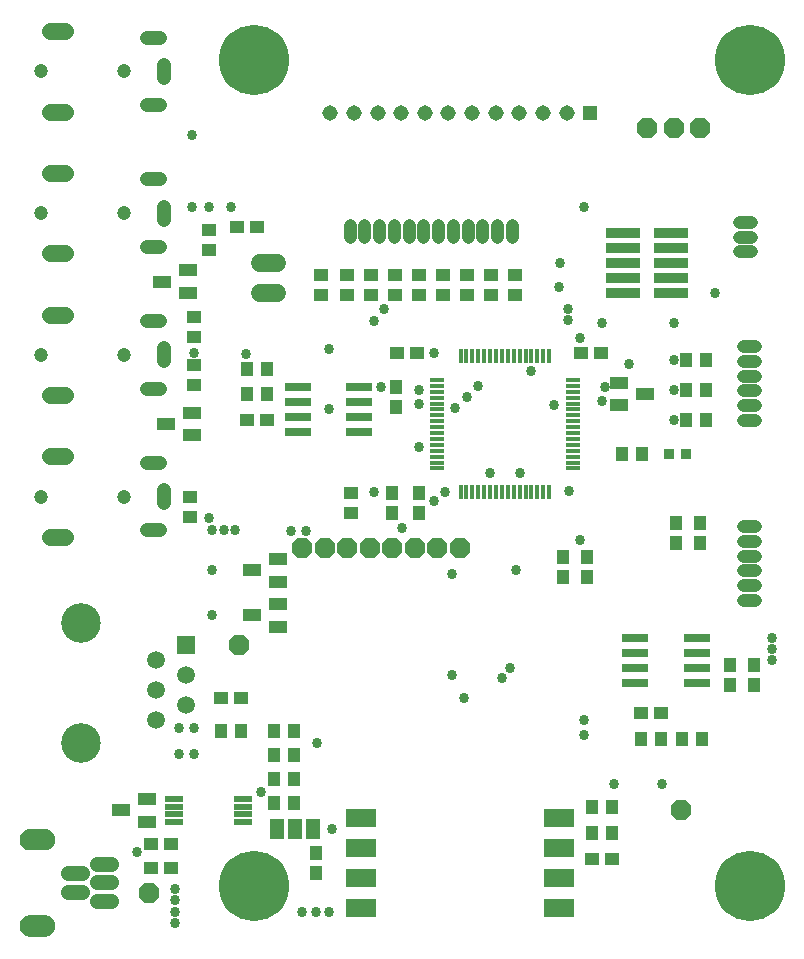
<source format=gbr>
G04 EAGLE Gerber RS-274X export*
G75*
%MOMM*%
%FSLAX34Y34*%
%LPD*%
%INSoldermask Top*%
%IPPOS*%
%AMOC8*
5,1,8,0,0,1.08239X$1,22.5*%
G01*
%ADD10R,1.295400X0.406400*%
%ADD11R,0.406400X1.295400*%
%ADD12R,2.895600X0.838200*%
%ADD13R,1.499600X1.499600*%
%ADD14C,1.499600*%
%ADD15C,3.351600*%
%ADD16C,1.409600*%
%ADD17C,1.201600*%
%ADD18C,1.209600*%
%ADD19C,0.600000*%
%ADD20R,2.400650X1.198359*%
%ADD21R,2.401041X1.203691*%
%ADD22C,0.801600*%
%ADD23C,1.309600*%
%ADD24R,1.201600X1.101600*%
%ADD25C,1.524000*%
%ADD26R,1.101600X1.201600*%
%ADD27R,0.901600X0.901600*%
%ADD28R,2.301600X0.701600*%
%ADD29R,2.641600X1.621600*%
%ADD30R,1.576600X0.551600*%
%ADD31C,1.117600*%
%ADD32R,1.501600X1.101600*%
%ADD33C,1.309600*%
%ADD34R,1.309600X1.309600*%
%ADD35C,5.943600*%
%ADD36P,1.842011X8X22.500000*%
%ADD37R,1.270000X1.701800*%
%ADD38C,0.858000*%


D10*
X355250Y478825D03*
X355250Y473825D03*
X355250Y468825D03*
X355250Y463825D03*
X355250Y458825D03*
X355250Y453825D03*
X355250Y448825D03*
X355250Y443825D03*
X355250Y438825D03*
X355250Y433825D03*
X355250Y428825D03*
X355250Y423825D03*
X355250Y418825D03*
X355250Y413825D03*
X355250Y408825D03*
X355250Y403825D03*
D11*
X375250Y383825D03*
X380250Y383825D03*
X385250Y383825D03*
X390250Y383825D03*
X395250Y383825D03*
X400250Y383825D03*
X405250Y383825D03*
X410250Y383825D03*
X415250Y383825D03*
X420250Y383825D03*
X425250Y383825D03*
X430250Y383825D03*
X435250Y383825D03*
X440250Y383825D03*
X445250Y383825D03*
X450250Y383825D03*
D10*
X470250Y403825D03*
X470250Y408825D03*
X470250Y413825D03*
X470250Y418825D03*
X470250Y423825D03*
X470250Y428825D03*
X470250Y433825D03*
X470250Y438825D03*
X470250Y443825D03*
X470250Y448825D03*
X470250Y453825D03*
X470250Y458825D03*
X470250Y463825D03*
X470250Y468825D03*
X470250Y473825D03*
X470250Y478825D03*
D11*
X450250Y498825D03*
X445250Y498825D03*
X440250Y498825D03*
X435250Y498825D03*
X430250Y498825D03*
X425250Y498825D03*
X420250Y498825D03*
X415250Y498825D03*
X410250Y498825D03*
X405250Y498825D03*
X400250Y498825D03*
X395250Y498825D03*
X390250Y498825D03*
X385250Y498825D03*
X380250Y498825D03*
X375250Y498825D03*
D12*
X553720Y552450D03*
X513080Y552450D03*
X553720Y565150D03*
X513080Y565150D03*
X553720Y577850D03*
X513080Y577850D03*
X553720Y590550D03*
X513080Y590550D03*
X553720Y603250D03*
X513080Y603250D03*
D13*
X142600Y254000D03*
D14*
X117200Y241300D03*
X142600Y228600D03*
X117200Y215900D03*
X142600Y203200D03*
X117200Y190500D03*
D15*
X53700Y273100D03*
X53700Y171500D03*
D16*
X40540Y414000D02*
X27460Y414000D01*
D17*
X90000Y380000D03*
X20000Y380000D03*
D16*
X27460Y346000D02*
X40540Y346000D01*
D18*
X109460Y408500D02*
X120540Y408500D01*
X124000Y385540D02*
X124000Y374460D01*
X120540Y351500D02*
X109460Y351500D01*
D19*
X22510Y95840D02*
X22662Y95838D01*
X22814Y95832D01*
X22966Y95823D01*
X23117Y95809D01*
X23268Y95792D01*
X23419Y95771D01*
X23569Y95746D01*
X23718Y95717D01*
X23866Y95685D01*
X24014Y95648D01*
X24161Y95609D01*
X24306Y95565D01*
X24451Y95517D01*
X24594Y95467D01*
X24736Y95412D01*
X24876Y95354D01*
X25015Y95292D01*
X25152Y95227D01*
X25288Y95158D01*
X25422Y95086D01*
X25554Y95011D01*
X25684Y94932D01*
X25812Y94850D01*
X25938Y94765D01*
X26061Y94676D01*
X26183Y94585D01*
X26302Y94490D01*
X26418Y94393D01*
X26532Y94292D01*
X26644Y94189D01*
X26753Y94083D01*
X26859Y93974D01*
X26962Y93862D01*
X27063Y93748D01*
X27160Y93632D01*
X27255Y93513D01*
X27346Y93391D01*
X27435Y93268D01*
X27520Y93142D01*
X27602Y93014D01*
X27681Y92884D01*
X27756Y92752D01*
X27828Y92618D01*
X27897Y92482D01*
X27962Y92345D01*
X28024Y92206D01*
X28082Y92066D01*
X28137Y91924D01*
X28187Y91781D01*
X28235Y91636D01*
X28279Y91491D01*
X28318Y91344D01*
X28355Y91196D01*
X28387Y91048D01*
X28416Y90899D01*
X28441Y90749D01*
X28462Y90598D01*
X28479Y90447D01*
X28493Y90296D01*
X28502Y90144D01*
X28508Y89992D01*
X28510Y89840D01*
X28508Y89688D01*
X28502Y89536D01*
X28493Y89384D01*
X28479Y89233D01*
X28462Y89082D01*
X28441Y88931D01*
X28416Y88781D01*
X28387Y88632D01*
X28355Y88484D01*
X28318Y88336D01*
X28279Y88189D01*
X28235Y88044D01*
X28187Y87899D01*
X28137Y87756D01*
X28082Y87614D01*
X28024Y87474D01*
X27962Y87335D01*
X27897Y87198D01*
X27828Y87062D01*
X27756Y86928D01*
X27681Y86796D01*
X27602Y86666D01*
X27520Y86538D01*
X27435Y86412D01*
X27346Y86289D01*
X27255Y86167D01*
X27160Y86048D01*
X27063Y85932D01*
X26962Y85818D01*
X26859Y85706D01*
X26753Y85597D01*
X26644Y85491D01*
X26532Y85388D01*
X26418Y85287D01*
X26302Y85190D01*
X26183Y85095D01*
X26061Y85004D01*
X25938Y84915D01*
X25812Y84830D01*
X25684Y84748D01*
X25554Y84669D01*
X25422Y84594D01*
X25288Y84522D01*
X25152Y84453D01*
X25015Y84388D01*
X24876Y84326D01*
X24736Y84268D01*
X24594Y84213D01*
X24451Y84163D01*
X24306Y84115D01*
X24161Y84071D01*
X24014Y84032D01*
X23866Y83995D01*
X23718Y83963D01*
X23569Y83934D01*
X23419Y83909D01*
X23268Y83888D01*
X23117Y83871D01*
X22966Y83857D01*
X22814Y83848D01*
X22662Y83842D01*
X22510Y83840D01*
X10510Y83840D01*
X10358Y83842D01*
X10206Y83848D01*
X10054Y83857D01*
X9903Y83871D01*
X9752Y83888D01*
X9601Y83909D01*
X9451Y83934D01*
X9302Y83963D01*
X9154Y83995D01*
X9006Y84032D01*
X8859Y84071D01*
X8714Y84115D01*
X8569Y84163D01*
X8426Y84213D01*
X8284Y84268D01*
X8144Y84326D01*
X8005Y84388D01*
X7868Y84453D01*
X7732Y84522D01*
X7598Y84594D01*
X7466Y84669D01*
X7336Y84748D01*
X7208Y84830D01*
X7082Y84915D01*
X6959Y85004D01*
X6837Y85095D01*
X6718Y85190D01*
X6602Y85287D01*
X6488Y85388D01*
X6376Y85491D01*
X6267Y85597D01*
X6161Y85706D01*
X6058Y85818D01*
X5957Y85932D01*
X5860Y86048D01*
X5765Y86167D01*
X5674Y86289D01*
X5585Y86412D01*
X5500Y86538D01*
X5418Y86666D01*
X5339Y86796D01*
X5264Y86928D01*
X5192Y87062D01*
X5123Y87198D01*
X5058Y87335D01*
X4996Y87474D01*
X4938Y87614D01*
X4883Y87756D01*
X4833Y87899D01*
X4785Y88044D01*
X4741Y88189D01*
X4702Y88336D01*
X4665Y88484D01*
X4633Y88632D01*
X4604Y88781D01*
X4579Y88931D01*
X4558Y89082D01*
X4541Y89233D01*
X4527Y89384D01*
X4518Y89536D01*
X4512Y89688D01*
X4510Y89840D01*
X4512Y89992D01*
X4518Y90144D01*
X4527Y90296D01*
X4541Y90447D01*
X4558Y90598D01*
X4579Y90749D01*
X4604Y90899D01*
X4633Y91048D01*
X4665Y91196D01*
X4702Y91344D01*
X4741Y91491D01*
X4785Y91636D01*
X4833Y91781D01*
X4883Y91924D01*
X4938Y92066D01*
X4996Y92206D01*
X5058Y92345D01*
X5123Y92482D01*
X5192Y92618D01*
X5264Y92752D01*
X5339Y92884D01*
X5418Y93014D01*
X5500Y93142D01*
X5585Y93268D01*
X5674Y93391D01*
X5765Y93513D01*
X5860Y93632D01*
X5957Y93748D01*
X6058Y93862D01*
X6161Y93974D01*
X6267Y94083D01*
X6376Y94189D01*
X6488Y94292D01*
X6602Y94393D01*
X6718Y94490D01*
X6837Y94585D01*
X6959Y94676D01*
X7082Y94765D01*
X7208Y94850D01*
X7336Y94932D01*
X7466Y95011D01*
X7598Y95086D01*
X7732Y95158D01*
X7868Y95227D01*
X8005Y95292D01*
X8144Y95354D01*
X8284Y95412D01*
X8426Y95467D01*
X8569Y95517D01*
X8714Y95565D01*
X8859Y95609D01*
X9006Y95648D01*
X9154Y95685D01*
X9302Y95717D01*
X9451Y95746D01*
X9601Y95771D01*
X9752Y95792D01*
X9903Y95809D01*
X10054Y95823D01*
X10206Y95832D01*
X10358Y95838D01*
X10510Y95840D01*
X22510Y95840D01*
D20*
X16507Y89848D03*
D19*
X22510Y22840D02*
X22662Y22838D01*
X22814Y22832D01*
X22966Y22823D01*
X23117Y22809D01*
X23268Y22792D01*
X23419Y22771D01*
X23569Y22746D01*
X23718Y22717D01*
X23866Y22685D01*
X24014Y22648D01*
X24161Y22609D01*
X24306Y22565D01*
X24451Y22517D01*
X24594Y22467D01*
X24736Y22412D01*
X24876Y22354D01*
X25015Y22292D01*
X25152Y22227D01*
X25288Y22158D01*
X25422Y22086D01*
X25554Y22011D01*
X25684Y21932D01*
X25812Y21850D01*
X25938Y21765D01*
X26061Y21676D01*
X26183Y21585D01*
X26302Y21490D01*
X26418Y21393D01*
X26532Y21292D01*
X26644Y21189D01*
X26753Y21083D01*
X26859Y20974D01*
X26962Y20862D01*
X27063Y20748D01*
X27160Y20632D01*
X27255Y20513D01*
X27346Y20391D01*
X27435Y20268D01*
X27520Y20142D01*
X27602Y20014D01*
X27681Y19884D01*
X27756Y19752D01*
X27828Y19618D01*
X27897Y19482D01*
X27962Y19345D01*
X28024Y19206D01*
X28082Y19066D01*
X28137Y18924D01*
X28187Y18781D01*
X28235Y18636D01*
X28279Y18491D01*
X28318Y18344D01*
X28355Y18196D01*
X28387Y18048D01*
X28416Y17899D01*
X28441Y17749D01*
X28462Y17598D01*
X28479Y17447D01*
X28493Y17296D01*
X28502Y17144D01*
X28508Y16992D01*
X28510Y16840D01*
X28508Y16688D01*
X28502Y16536D01*
X28493Y16384D01*
X28479Y16233D01*
X28462Y16082D01*
X28441Y15931D01*
X28416Y15781D01*
X28387Y15632D01*
X28355Y15484D01*
X28318Y15336D01*
X28279Y15189D01*
X28235Y15044D01*
X28187Y14899D01*
X28137Y14756D01*
X28082Y14614D01*
X28024Y14474D01*
X27962Y14335D01*
X27897Y14198D01*
X27828Y14062D01*
X27756Y13928D01*
X27681Y13796D01*
X27602Y13666D01*
X27520Y13538D01*
X27435Y13412D01*
X27346Y13289D01*
X27255Y13167D01*
X27160Y13048D01*
X27063Y12932D01*
X26962Y12818D01*
X26859Y12706D01*
X26753Y12597D01*
X26644Y12491D01*
X26532Y12388D01*
X26418Y12287D01*
X26302Y12190D01*
X26183Y12095D01*
X26061Y12004D01*
X25938Y11915D01*
X25812Y11830D01*
X25684Y11748D01*
X25554Y11669D01*
X25422Y11594D01*
X25288Y11522D01*
X25152Y11453D01*
X25015Y11388D01*
X24876Y11326D01*
X24736Y11268D01*
X24594Y11213D01*
X24451Y11163D01*
X24306Y11115D01*
X24161Y11071D01*
X24014Y11032D01*
X23866Y10995D01*
X23718Y10963D01*
X23569Y10934D01*
X23419Y10909D01*
X23268Y10888D01*
X23117Y10871D01*
X22966Y10857D01*
X22814Y10848D01*
X22662Y10842D01*
X22510Y10840D01*
X10510Y10840D01*
X10358Y10842D01*
X10206Y10848D01*
X10054Y10857D01*
X9903Y10871D01*
X9752Y10888D01*
X9601Y10909D01*
X9451Y10934D01*
X9302Y10963D01*
X9154Y10995D01*
X9006Y11032D01*
X8859Y11071D01*
X8714Y11115D01*
X8569Y11163D01*
X8426Y11213D01*
X8284Y11268D01*
X8144Y11326D01*
X8005Y11388D01*
X7868Y11453D01*
X7732Y11522D01*
X7598Y11594D01*
X7466Y11669D01*
X7336Y11748D01*
X7208Y11830D01*
X7082Y11915D01*
X6959Y12004D01*
X6837Y12095D01*
X6718Y12190D01*
X6602Y12287D01*
X6488Y12388D01*
X6376Y12491D01*
X6267Y12597D01*
X6161Y12706D01*
X6058Y12818D01*
X5957Y12932D01*
X5860Y13048D01*
X5765Y13167D01*
X5674Y13289D01*
X5585Y13412D01*
X5500Y13538D01*
X5418Y13666D01*
X5339Y13796D01*
X5264Y13928D01*
X5192Y14062D01*
X5123Y14198D01*
X5058Y14335D01*
X4996Y14474D01*
X4938Y14614D01*
X4883Y14756D01*
X4833Y14899D01*
X4785Y15044D01*
X4741Y15189D01*
X4702Y15336D01*
X4665Y15484D01*
X4633Y15632D01*
X4604Y15781D01*
X4579Y15931D01*
X4558Y16082D01*
X4541Y16233D01*
X4527Y16384D01*
X4518Y16536D01*
X4512Y16688D01*
X4510Y16840D01*
X4512Y16992D01*
X4518Y17144D01*
X4527Y17296D01*
X4541Y17447D01*
X4558Y17598D01*
X4579Y17749D01*
X4604Y17899D01*
X4633Y18048D01*
X4665Y18196D01*
X4702Y18344D01*
X4741Y18491D01*
X4785Y18636D01*
X4833Y18781D01*
X4883Y18924D01*
X4938Y19066D01*
X4996Y19206D01*
X5058Y19345D01*
X5123Y19482D01*
X5192Y19618D01*
X5264Y19752D01*
X5339Y19884D01*
X5418Y20014D01*
X5500Y20142D01*
X5585Y20268D01*
X5674Y20391D01*
X5765Y20513D01*
X5860Y20632D01*
X5957Y20748D01*
X6058Y20862D01*
X6161Y20974D01*
X6267Y21083D01*
X6376Y21189D01*
X6488Y21292D01*
X6602Y21393D01*
X6718Y21490D01*
X6837Y21585D01*
X6959Y21676D01*
X7082Y21765D01*
X7208Y21850D01*
X7336Y21932D01*
X7466Y22011D01*
X7598Y22086D01*
X7732Y22158D01*
X7868Y22227D01*
X8005Y22292D01*
X8144Y22354D01*
X8284Y22412D01*
X8426Y22467D01*
X8569Y22517D01*
X8714Y22565D01*
X8859Y22609D01*
X9006Y22648D01*
X9154Y22685D01*
X9302Y22717D01*
X9451Y22746D01*
X9601Y22771D01*
X9752Y22792D01*
X9903Y22809D01*
X10054Y22823D01*
X10206Y22832D01*
X10358Y22838D01*
X10510Y22840D01*
X22510Y22840D01*
D21*
X16505Y16822D03*
D22*
X16510Y89840D03*
X16510Y16840D03*
D23*
X67010Y37340D02*
X79090Y37340D01*
X55010Y45340D02*
X42930Y45340D01*
X67010Y53340D02*
X79090Y53340D01*
X55010Y61340D02*
X42930Y61340D01*
X67010Y69340D02*
X79090Y69340D01*
D24*
X185810Y608330D03*
X202810Y608330D03*
X257175Y567300D03*
X257175Y550300D03*
D25*
X219837Y577850D02*
X205613Y577850D01*
X205613Y552450D02*
X219837Y552450D01*
D26*
X529200Y415925D03*
X512200Y415925D03*
D27*
X566300Y415925D03*
X551300Y415925D03*
D16*
X40540Y534000D02*
X27460Y534000D01*
D17*
X90000Y500000D03*
X20000Y500000D03*
D16*
X27460Y466000D02*
X40540Y466000D01*
D18*
X109460Y528500D02*
X120540Y528500D01*
X124000Y505540D02*
X124000Y494460D01*
X120540Y471500D02*
X109460Y471500D01*
D16*
X40540Y654000D02*
X27460Y654000D01*
D17*
X90000Y620000D03*
X20000Y620000D03*
D16*
X27460Y586000D02*
X40540Y586000D01*
D18*
X109460Y648500D02*
X120540Y648500D01*
X124000Y625540D02*
X124000Y614460D01*
X120540Y591500D02*
X109460Y591500D01*
D16*
X40540Y774000D02*
X27460Y774000D01*
D17*
X90000Y740000D03*
X20000Y740000D03*
D16*
X27460Y706000D02*
X40540Y706000D01*
D18*
X109460Y768500D02*
X120540Y768500D01*
X124000Y745540D02*
X124000Y734460D01*
X120540Y711500D02*
X109460Y711500D01*
D28*
X289525Y447675D03*
X237525Y447675D03*
X289525Y434975D03*
X289525Y460375D03*
X289525Y473075D03*
X237525Y434975D03*
X237525Y460375D03*
X237525Y473075D03*
D24*
X194700Y445135D03*
X211700Y445135D03*
D26*
X211700Y487680D03*
X194700Y487680D03*
X211700Y466725D03*
X194700Y466725D03*
D29*
X290850Y107950D03*
X290850Y82550D03*
X290850Y57150D03*
X290850Y31750D03*
X458450Y31750D03*
X458450Y57150D03*
X458450Y82550D03*
X458450Y107950D03*
D26*
X503800Y117475D03*
X486800Y117475D03*
X486800Y95250D03*
X503800Y95250D03*
D24*
X503800Y73025D03*
X486800Y73025D03*
D26*
X320675Y472685D03*
X320675Y455685D03*
X461645Y329175D03*
X461645Y312175D03*
D24*
X477275Y501650D03*
X494275Y501650D03*
D26*
X317500Y383150D03*
X317500Y366150D03*
D24*
X338700Y501650D03*
X321700Y501650D03*
D26*
X482600Y329175D03*
X482600Y312175D03*
X339725Y383150D03*
X339725Y366150D03*
D30*
X191305Y104550D03*
X191305Y111050D03*
X191305Y117550D03*
X191305Y124050D03*
X132545Y124050D03*
X132545Y117550D03*
X132545Y111050D03*
X132545Y104550D03*
D26*
X603250Y237100D03*
X603250Y220100D03*
D24*
X172475Y209550D03*
X189475Y209550D03*
D26*
X233925Y161290D03*
X216925Y161290D03*
D24*
X528075Y196850D03*
X545075Y196850D03*
D31*
X610870Y612575D02*
X621030Y612575D01*
X621030Y600075D02*
X610870Y600075D01*
X610870Y587575D02*
X621030Y587575D01*
X418750Y599920D02*
X418750Y610080D01*
X406250Y610080D02*
X406250Y599920D01*
X393750Y599920D02*
X393750Y610080D01*
X381250Y610080D02*
X381250Y599920D01*
X368750Y599920D02*
X368750Y610080D01*
X356250Y610080D02*
X356250Y599920D01*
X343750Y599920D02*
X343750Y610080D01*
X331250Y610080D02*
X331250Y599920D01*
X318750Y599920D02*
X318750Y610080D01*
X306250Y610080D02*
X306250Y599920D01*
X293750Y599920D02*
X293750Y610080D01*
X281250Y610080D02*
X281250Y599920D01*
D24*
X421640Y567300D03*
X421640Y550300D03*
X401320Y567300D03*
X401320Y550300D03*
X381000Y567300D03*
X381000Y550300D03*
X360680Y567300D03*
X360680Y550300D03*
X340360Y567300D03*
X340360Y550300D03*
X320040Y567300D03*
X320040Y550300D03*
X299720Y567300D03*
X299720Y550300D03*
X279400Y567300D03*
X279400Y550300D03*
D31*
X614045Y507500D02*
X624205Y507500D01*
X624205Y495000D02*
X614045Y495000D01*
X614045Y482500D02*
X624205Y482500D01*
X624205Y470000D02*
X614045Y470000D01*
X614045Y457500D02*
X624205Y457500D01*
X624205Y445000D02*
X614045Y445000D01*
D24*
X149225Y474100D03*
X149225Y491100D03*
D26*
X583175Y444500D03*
X566175Y444500D03*
X583175Y469900D03*
X566175Y469900D03*
X583175Y495300D03*
X566175Y495300D03*
D24*
X149225Y532375D03*
X149225Y515375D03*
X146050Y379975D03*
X146050Y362975D03*
X161925Y588400D03*
X161925Y605400D03*
D32*
X220550Y269900D03*
X220550Y288900D03*
X198550Y279400D03*
X144350Y552475D03*
X144350Y571475D03*
X122350Y561975D03*
X509700Y476225D03*
X509700Y457225D03*
X531700Y466725D03*
X220550Y308000D03*
X220550Y327000D03*
X198550Y317500D03*
X147525Y431825D03*
X147525Y450825D03*
X125525Y441325D03*
D26*
X252730Y78350D03*
X252730Y61350D03*
X545075Y174625D03*
X528075Y174625D03*
X580000Y174625D03*
X563000Y174625D03*
D33*
X365000Y704850D03*
X385000Y704850D03*
X345000Y704850D03*
X325000Y704850D03*
X305000Y704850D03*
X285000Y704850D03*
X265000Y704850D03*
X405000Y704850D03*
X425000Y704850D03*
X445000Y704850D03*
X465000Y704850D03*
D34*
X485000Y704850D03*
D31*
X614045Y355100D02*
X624205Y355100D01*
X624205Y342600D02*
X614045Y342600D01*
X614045Y330100D02*
X624205Y330100D01*
X624205Y317600D02*
X614045Y317600D01*
X614045Y305100D02*
X624205Y305100D01*
X624205Y292600D02*
X614045Y292600D01*
D26*
X557530Y357750D03*
X557530Y340750D03*
X577850Y357750D03*
X577850Y340750D03*
D35*
X620000Y50000D03*
X620000Y750000D03*
X200000Y750000D03*
X200000Y50000D03*
D24*
X129785Y65405D03*
X112785Y65405D03*
X129785Y85725D03*
X112785Y85725D03*
D36*
X336550Y336550D03*
X298450Y336550D03*
X374650Y336550D03*
X279400Y336550D03*
X355600Y336550D03*
X317500Y336550D03*
X260350Y336550D03*
X241300Y336550D03*
D26*
X189475Y181610D03*
X172475Y181610D03*
X233925Y181610D03*
X216925Y181610D03*
X233925Y140970D03*
X216925Y140970D03*
X233925Y120650D03*
X216925Y120650D03*
D28*
X523275Y247650D03*
X575275Y247650D03*
X523275Y260350D03*
X523275Y234950D03*
X523275Y222250D03*
X575275Y260350D03*
X575275Y234950D03*
X575275Y222250D03*
D26*
X623570Y237100D03*
X623570Y220100D03*
D24*
X282575Y366150D03*
X282575Y383150D03*
D32*
X109425Y104800D03*
X109425Y123800D03*
X87425Y114300D03*
D36*
X561975Y114300D03*
X111125Y44450D03*
X187325Y254000D03*
X555625Y692150D03*
X533400Y692150D03*
X577850Y692150D03*
D37*
X219710Y98425D03*
X234950Y98425D03*
X250190Y98425D03*
D38*
X495300Y460655D03*
X497205Y472440D03*
X555625Y527050D03*
X495300Y527050D03*
X231775Y351155D03*
X165100Y317500D03*
X165100Y279400D03*
X244475Y351155D03*
X149225Y184150D03*
X149225Y161925D03*
X368300Y314325D03*
X368300Y228600D03*
X339927Y421995D03*
X325755Y353695D03*
X263525Y454025D03*
X263525Y504825D03*
X136525Y184150D03*
X136525Y161925D03*
X133350Y47625D03*
X133350Y38100D03*
X133350Y28575D03*
X133350Y19050D03*
X241300Y28575D03*
X252730Y28575D03*
X263525Y28575D03*
X165100Y351790D03*
X174625Y351790D03*
X184150Y351790D03*
X454025Y457200D03*
X517525Y492125D03*
X458855Y557145D03*
X459740Y577850D03*
X180975Y625475D03*
X479425Y625475D03*
X638810Y241300D03*
X638810Y250825D03*
X161925Y361950D03*
X193675Y501015D03*
X476250Y342900D03*
X476250Y514350D03*
X301625Y384175D03*
X555625Y444500D03*
X555625Y469900D03*
X555625Y495300D03*
X590550Y552450D03*
X307975Y473075D03*
X149225Y501650D03*
X161925Y625475D03*
X352425Y501650D03*
X638810Y260350D03*
X266700Y98425D03*
X400050Y400050D03*
X352425Y376320D03*
X147955Y625475D03*
X147955Y686370D03*
X410250Y226100D03*
X479425Y178435D03*
X466090Y539115D03*
X310281Y538881D03*
X466224Y529590D03*
X301625Y528320D03*
X101600Y79375D03*
X206375Y129695D03*
X546100Y136525D03*
X504825Y136525D03*
X479425Y190500D03*
X417195Y234950D03*
X434975Y486255D03*
X467205Y384810D03*
X389890Y473710D03*
X339725Y469900D03*
X380365Y464622D03*
X362017Y384108D03*
X340360Y458470D03*
X370840Y454660D03*
X425383Y400117D03*
X378143Y209233D03*
X422275Y317500D03*
X254000Y171450D03*
M02*

</source>
